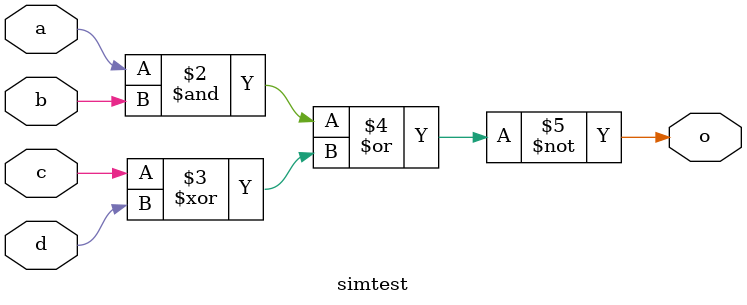
<source format=v>
module simtest (
input a,
input b,
input c,
input d,
output reg o
);

always @ (a or b or c or d) begin
	o<=~((a&b)|(c^d));
end

endmodule
</source>
